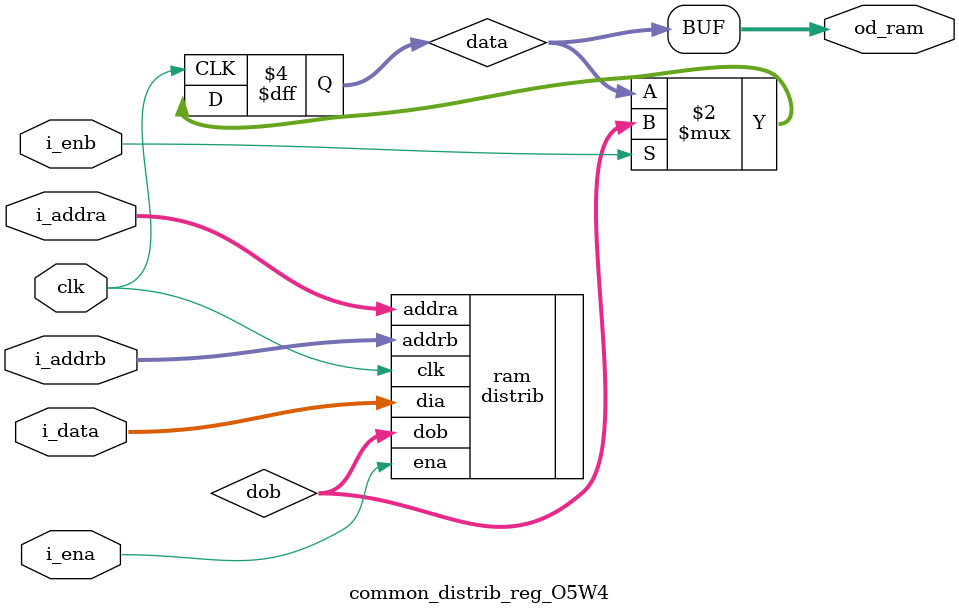
<source format=sv>
`timescale 100ps/100ps

(* keep_hierarchy = "yes" *) module common_distrib_reg_O5W4 (
    input  bit clk,
    input  bit i_ena,
    input  bit [4:0] i_addra,
    input  bit [3:0] i_data,
    input  bit i_enb,
    input  bit [4:0] i_addrb,
    output bit [3:0] od_ram
);


///////////////////////////////////////////////////////////
///////////////////////////////////////////////////////////
bit [3:0] data;
bit [3:0] dob;

distrib #(
    .ORDER               (5),
    .WIDTH               (4))
ram (
    .clk                 (clk),
    .ena                 (i_ena),
    .addra               (i_addra),
    .dia                 (i_data),
    .addrb               (i_addrb),
    .dob                 (dob));


///////////////////////////////////////////////////////////
///////////////////////////////////////////////////////////
always_ff @(posedge clk)
begin
    if (i_enb) begin
        data <= dob;
    end
end
assign od_ram = data;

endmodule
</source>
